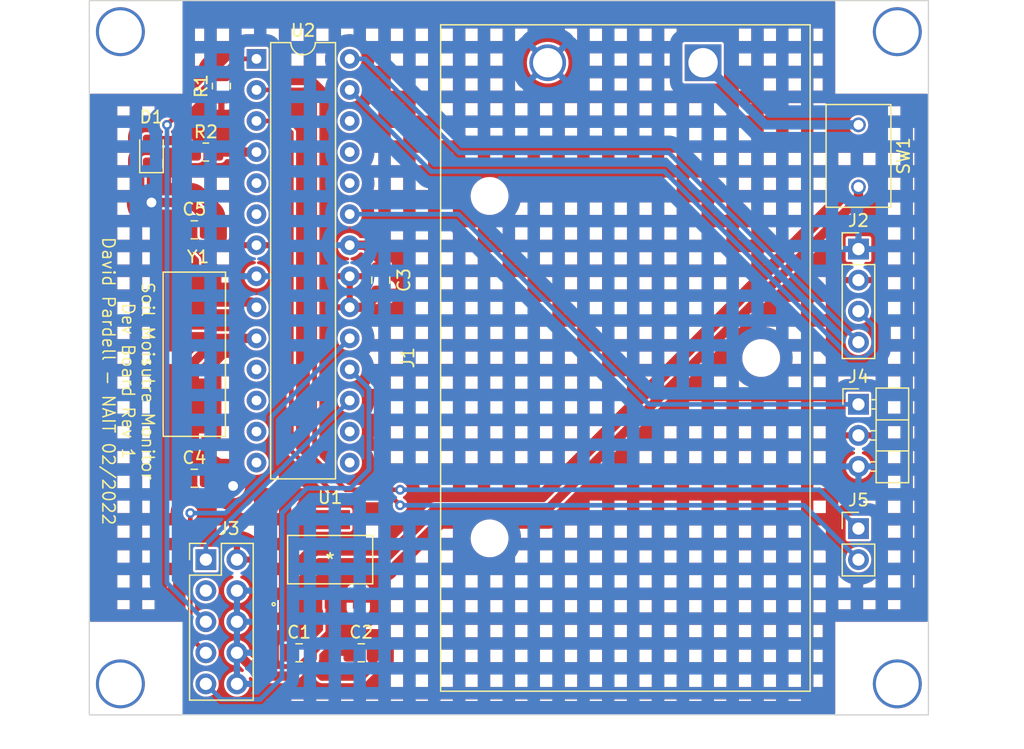
<source format=kicad_pcb>
(kicad_pcb (version 20211014) (generator pcbnew)
  (title_block (title "Soil Moisture Sensor Project PCB CMPE2750") (rev "0") (company "NAIT") (comment 1 "David Pardell"))
  (layers (0 "F.Cu" signal) (31 "B.Cu" signal) (34 "B.Paste" user) (35 "F.Paste" user) (36 "B.SilkS" user "B.Silkscreen") (37 "F.SilkS" user "F.Silkscreen") (38 "B.Mask" user) (39 "F.Mask" user) (44 "Edge.Cuts" user))
  (net 0 "")
  (net 1 "/9V")
  (net 2 "GND")
  (net 3 "VCC")
  (net 4 "Net-(C4-Pad1)")
  (net 5 "Net-(C5-Pad1)")
  (net 6 "Net-(J2-Pad3)")
  (net 7 "Net-(J2-Pad4)")
  (net 8 "Net-(J3-Pad1)")
  (net 10 "Net-(J3-Pad5)")
  (net 11 "Net-(J3-Pad7)")
  (net 12 "Net-(J3-Pad9)")
  (net 13 "Net-(J4-Pad1)")
  (net 25 "Net-(C1-Pad1)")
  (net 26 "Net-(D1-Pad2)")
  (net 27 "Net-(J5-Pad1)")
  (net 28 "Net-(J5-Pad2)")
  (net 29 "Net-(R2-Pad2)")
  (footprint "Crystal:Crystal_SMD_HC49-SD" (layer "F.Cu") (at 93.037508 100.024997 -90)
    (fp_text reference "Y1" (at -7.95 -0.3075 180) (layer "F.SilkS"))
    (fp_text value "Crystal")
    (fp_line (start -6.7 -2.55) (end -6.7 2.55) (layer "F.SilkS") (width 0.12))
    (fp_line (start 6.731 -2.54) (end -6.7 -2.55) (layer "F.SilkS") (width 0.12))
    (fp_line (start 6.731 -2.54) (end 6.731 2.54) (layer "F.SilkS") (width 0.12))
    (fp_line (start 6.731 2.54) (end 5.9 2.55) (layer "F.SilkS") (width 0.12))
    (fp_line (start -6.7 2.55) (end 5.9 2.55) (layer "F.SilkS") (width 0.12))
    (pad "1" smd rect (at -4.25 0 270) (size 4.5 2) (layers "F.Cu" "F.Paste" "F.Mask") (net 5 "Net-(C5-Pad1)"))
    (pad "2" smd rect (at 4.25 0 270) (size 4.5 2) (layers "F.Cu" "F.Paste" "F.Mask") (net 4 "Net-(C4-Pad1)"))
  )
  (footprint "Dave's Custom:MountingHole_3.5mm_Pad" (layer "F.Cu") (at 86.995 73.66)
    (fp_text reference "REF**" hide)
    (fp_text value "MountingHole_3.5mm_Pad")
    (pad "1" thru_hole circle (at 0 0) (size 4 4) (drill 3.5) (layers *.Cu *.Mask))
  )
  (footprint "Package_DIP:DIP-28_W7.62mm" (layer "F.Cu") (at 98.1175 75.885)
    (fp_text reference "U2" (at 3.81 -2.33) (layer "F.SilkS"))
    (fp_text value "ATmega328-P")
    (fp_line (start 6.46 -1.33) (end 4.81 -1.33) (layer "F.SilkS") (width 0.12))
    (fp_line (start 1.16 -1.33) (end 1.16 34.35) (layer "F.SilkS") (width 0.12))
    (fp_line (start 6.46 34.35) (end 6.46 -1.33) (layer "F.SilkS") (width 0.12))
    (fp_line (start 2.81 -1.33) (end 1.16 -1.33) (layer "F.SilkS") (width 0.12))
    (fp_line (start 1.16 34.35) (end 6.46 34.35) (layer "F.SilkS") (width 0.12))
    (fp_arc (start 4.81 -1.33) (mid 3.81 -0.33) (end 2.81 -1.33) (layer "F.SilkS") (width 0.12))
    (pad "1" thru_hole rect locked (at 0 0) (size 1.6 1.6) (drill 0.8) (layers *.Cu *.Mask) (net 10 "Net-(J3-Pad5)"))
    (pad "2" thru_hole oval locked (at 0 2.54) (size 1.6 1.6) (drill 0.8) (layers *.Cu *.Mask) (net 27 "Net-(J5-Pad1)"))
    (pad "3" thru_hole oval locked (at 0 5.08) (size 1.6 1.6) (drill 0.8) (layers *.Cu *.Mask) (net 28 "Net-(J5-Pad2)"))
    (pad "4" thru_hole oval locked (at 0 7.62) (size 1.6 1.6) (drill 0.8) (layers *.Cu *.Mask) (net 29 "Net-(R2-Pad2)"))
    (pad "5" thru_hole oval locked (at 0 10.16) (size 1.6 1.6) (drill 0.8) (layers *.Cu *.Mask))
    (pad "6" thru_hole oval locked (at 0 12.7) (size 1.6 1.6) (drill 0.8) (layers *.Cu *.Mask))
    (pad "7" thru_hole oval locked (at 0 15.24) (size 1.6 1.6) (drill 0.8) (layers *.Cu *.Mask) (net 3 "VCC"))
    (pad "8" thru_hole oval locked (at 0 17.78) (size 1.6 1.6) (drill 0.8) (layers *.Cu *.Mask) (net 2 "GND"))
    (pad "9" thru_hole oval locked (at 0 20.32) (size 1.6 1.6) (drill 0.8) (layers *.Cu *.Mask) (net 5 "Net-(C5-Pad1)"))
    (pad "10" thru_hole oval locked (at 0 22.86) (size 1.6 1.6) (drill 0.8) (layers *.Cu *.Mask) (net 4 "Net-(C4-Pad1)"))
    (pad "11" thru_hole oval locked (at 0 25.4) (size 1.6 1.6) (drill 0.8) (layers *.Cu *.Mask))
    (pad "12" thru_hole oval locked (at 0 27.94) (size 1.6 1.6) (drill 0.8) (layers *.Cu *.Mask))
    (pad "13" thru_hole oval locked (at 0 30.48) (size 1.6 1.6) (drill 0.8) (layers *.Cu *.Mask))
    (pad "14" thru_hole oval locked (at 0 33.02) (size 1.6 1.6) (drill 0.8) (layers *.Cu *.Mask))
    (pad "15" thru_hole oval locked (at 7.62 33.02) (size 1.6 1.6) (drill 0.8) (layers *.Cu *.Mask))
    (pad "16" thru_hole oval locked (at 7.62 30.48) (size 1.6 1.6) (drill 0.8) (layers *.Cu *.Mask))
    (pad "17" thru_hole oval locked (at 7.62 27.94) (size 1.6 1.6) (drill 0.8) (layers *.Cu *.Mask) (net 8 "Net-(J3-Pad1)"))
    (pad "18" thru_hole oval locked (at 7.62 25.4) (size 1.6 1.6) (drill 0.8) (layers *.Cu *.Mask) (net 12 "Net-(J3-Pad9)"))
    (pad "19" thru_hole oval locked (at 7.62 22.86) (size 1.6 1.6) (drill 0.8) (layers *.Cu *.Mask) (net 11 "Net-(J3-Pad7)"))
    (pad "20" thru_hole oval locked (at 7.62 20.32) (size 1.6 1.6) (drill 0.8) (layers *.Cu *.Mask) (net 3 "VCC"))
    (pad "21" thru_hole oval locked (at 7.62 17.78) (size 1.6 1.6) (drill 0.8) (layers *.Cu *.Mask) (net 3 "VCC"))
    (pad "22" thru_hole oval locked (at 7.62 15.24) (size 1.6 1.6) (drill 0.8) (layers *.Cu *.Mask) (net 2 "GND"))
    (pad "23" thru_hole oval locked (at 7.62 12.7) (size 1.6 1.6) (drill 0.8) (layers *.Cu *.Mask) (net 13 "Net-(J4-Pad1)"))
    (pad "24" thru_hole oval locked (at 7.62 10.16) (size 1.6 1.6) (drill 0.8) (layers *.Cu *.Mask))
    (pad "25" thru_hole oval locked (at 7.62 7.62) (size 1.6 1.6) (drill 0.8) (layers *.Cu *.Mask))
    (pad "26" thru_hole oval locked (at 7.62 5.08) (size 1.6 1.6) (drill 0.8) (layers *.Cu *.Mask))
    (pad "27" thru_hole oval locked (at 7.62 2.54) (size 1.6 1.6) (drill 0.8) (layers *.Cu *.Mask) (net 6 "Net-(J2-Pad3)"))
    (pad "28" thru_hole oval locked (at 7.62 0) (size 1.6 1.6) (drill 0.8) (layers *.Cu *.Mask) (net 7 "Net-(J2-Pad4)"))
  )
  (footprint "Capacitor_SMD:C_0805_2012Metric" (layer "F.Cu") (at 101.6 124.46)
    (fp_text reference "C1" (at 0 -1.68) (layer "F.SilkS"))
    (fp_text value "1uF")
    (fp_line (start -0.261252 0.735) (end 0.261252 0.735) (layer "F.SilkS") (width 0.12))
    (fp_line (start -0.261252 -0.735) (end 0.261252 -0.735) (layer "F.SilkS") (width 0.12))
    (pad "1" smd roundrect locked (at -0.95 0) (size 1 1.45) (layers "F.Cu" "F.Paste" "F.Mask") (net 25 "Net-(C1-Pad1)"))
    (pad "2" smd roundrect locked (at 0.95 0) (size 1 1.45) (layers "F.Cu" "F.Paste" "F.Mask") (net 2 "GND"))
  )
  (footprint "Battery:BatteryHolder_Eagle_12BH611-GR" (layer "F.Cu") (at 134.62 76.2 90)
    (fp_text reference "J1" (at -24.13 -24.13 90) (layer "F.SilkS"))
    (fp_text value "BH9VPC")
    (fp_line (start -51.4 -21.45) (end 3.1 -21.45) (layer "F.SilkS") (width 0.12))
    (fp_line (start 3.1 8.75) (end -51.4 8.75) (layer "F.SilkS") (width 0.12))
    (fp_line (start -51.4 8.75) (end -51.4 -21.45) (layer "F.SilkS") (width 0.12))
    (fp_line (start 3.1 -21.45) (end 3.1 8.75) (layer "F.SilkS") (width 0.12))
    (pad "" np_thru_hole circle locked (at -38.9 -17.45 90) (size 2.6 2.6) (drill 2.6) (layers *.Cu *.Mask))
    (pad "" np_thru_hole circle locked (at -24.15 4.75 90) (size 2.6 2.6) (drill 2.6) (layers *.Cu *.Mask))
    (pad "" np_thru_hole circle locked (at -10.9 -17.45 90) (size 2.6 2.6) (drill 2.6) (layers *.Cu *.Mask))
    (pad "1" thru_hole rect locked (at 0 0 90) (size 3 3) (drill 2.4) (layers *.Cu *.Mask) (net 1 "/9V"))
    (pad "2" thru_hole circle locked (at 0 -12.7 90) (size 3 3) (drill 2.4) (layers *.Cu *.Mask) (net 2 "GND"))
  )
  (footprint "Connector_PinHeader_2.54mm:PinHeader_1x04_P2.54mm_Vertical" (layer "F.Cu") (at 147.32 91.44)
    (fp_text reference "J2" (at 0 -2.33) (layer "F.SilkS"))
    (fp_text value "LCD_I2C_Header")
    (fp_line (start -1.33 1.27) (end -1.33 8.95) (layer "F.SilkS") (width 0.12))
    (fp_line (start -1.33 0) (end -1.33 -1.33) (layer "F.SilkS") (width 0.12))
    (fp_line (start 1.33 1.27) (end 1.33 8.95) (layer "F.SilkS") (width 0.12))
    (fp_line (start -1.33 -1.33) (end 0 -1.33) (layer "F.SilkS") (width 0.12))
    (fp_line (start -1.33 1.27) (end 1.33 1.27) (layer "F.SilkS") (width 0.12))
    (fp_line (start -1.33 8.95) (end 1.33 8.95) (layer "F.SilkS") (width 0.12))
    (pad "1" thru_hole rect locked (at 0 0) (size 1.7 1.7) (drill 1) (layers *.Cu *.Mask) (net 2 "GND"))
    (pad "2" thru_hole oval locked (at 0 2.54) (size 1.7 1.7) (drill 1) (layers *.Cu *.Mask) (net 3 "VCC"))
    (pad "3" thru_hole oval locked (at 0 5.08) (size 1.7 1.7) (drill 1) (layers *.Cu *.Mask) (net 6 "Net-(J2-Pad3)"))
    (pad "4" thru_hole oval locked (at 0 7.62) (size 1.7 1.7) (drill 1) (layers *.Cu *.Mask) (net 7 "Net-(J2-Pad4)"))
  )
  (footprint "MCP1755S:MCP1755S-5002E&slash_DB" (layer "F.Cu") (at 104.14 116.84)
    (fp_text reference "U1" (at 0 -5.08) (layer "F.SilkS"))
    (fp_text value "MCP1755S-5002E/DB" hide)
    (fp_text user "*" (at 0 0) (layer "F.SilkS"))
    (fp_poly (pts (xy 1.5748 -4.0056) (xy -1.5748 -4.0056) (xy -1.5748 -2.5324) (xy 1.5748 -2.5324)) (layer "F.Cu") (width 0.1) (fill solid))
    (fp_line (start 3.477001 -1.977) (end -3.477001 -1.977) (layer "F.SilkS") (width 0.12))
    (fp_line (start 3.477001 1.977) (end 3.477001 -1.977) (layer "F.SilkS") (width 0.12))
    (fp_line (start -3.477001 1.977) (end 3.477001 1.977) (layer "F.SilkS") (width 0.12))
    (fp_line (start -3.477001 -1.977) (end -3.477001 1.977) (layer "F.SilkS") (width 0.12))
    (fp_circle (center -4.62 3.65) (end -4.493 3.65) (layer "F.SilkS") (width 0.12) (fill none))
    (pad "1" smd rect (at -2.3 3.269) (size 0.889 1.4732) (layers "F.Cu" "F.Paste" "F.Mask") (net 25 "Net-(C1-Pad1)"))
    (pad "2" smd rect (at 0 3.269) (size 0.889 1.4732) (layers "F.Cu" "F.Paste" "F.Mask") (net 2 "GND"))
    (pad "3" smd rect (at 2.3 3.269) (size 0.889 1.4732) (layers "F.Cu" "F.Paste" "F.Mask") (net 3 "VCC"))
  )
  (footprint "Dave's Custom:MountingHole_3.5mm_Pad" (layer "F.Cu") (at 150.495 127)
    (fp_text reference "REF**" hide)
    (fp_text value "MountingHole_3.5mm_Pad")
    (pad "1" thru_hole circle (at 0 0) (size 4 4) (drill 3.5) (layers *.Cu *.Mask))
  )
  (footprint "Dave's Custom:MountingHole_3.5mm_Pad" (layer "F.Cu") (at 150.495 73.66)
    (fp_text reference "REF**" hide)
    (fp_text value "MountingHole_3.5mm_Pad")
    (pad "1" thru_hole circle (at 0 0) (size 4 4) (drill 3.5) (layers *.Cu *.Mask))
  )
  (footprint "Connector_PinHeader_2.54mm:PinHeader_2x05_P2.54mm_Vertical" (layer "F.Cu") (at 93.98 116.84)
    (fp_text reference "J3" (at 1.905 -2.54 180) (layer "F.SilkS"))
    (fp_text value "AVR-ISP")
    (fp_line (start -1.33 1.27) (end -1.33 11.49) (layer "F.SilkS") (width 0.12))
    (fp_line (start -1.33 -1.33) (end 0 -1.33) (layer "F.SilkS") (width 0.12))
    (fp_line (start 1.27 -1.33) (end 3.87 -1.33) (layer "F.SilkS") (width 0.12))
    (fp_line (start -1.33 0) (end -1.33 -1.33) (layer "F.SilkS") (width 0.12))
    (fp_line (start 3.87 -1.33) (end 3.87 11.49) (layer "F.SilkS") (width 0.12))
    (fp_line (start 1.27 1.27) (end 1.27 -1.33) (layer "F.SilkS") (width 0.12))
    (fp_line (start -1.33 1.27) (end 1.27 1.27) (layer "F.SilkS") (width 0.12))
    (fp_line (start -1.33 11.49) (end 3.87 11.49) (layer "F.SilkS") (width 0.12))
    (pad "1" thru_hole rect locked (at 0 0) (size 1.7 1.7) (drill 1) (layers *.Cu *.Mask) (net 8 "Net-(J3-Pad1)"))
    (pad "2" thru_hole oval locked (at 2.54 0) (size 1.7 1.7) (drill 1) (layers *.Cu *.Mask) (net 3 "VCC"))
    (pad "3" thru_hole oval locked (at 0 2.54) (size 1.7 1.7) (drill 1) (layers *.Cu *.Mask))
    (pad "4" thru_hole oval locked (at 2.54 2.54) (size 1.7 1.7) (drill 1) (layers *.Cu *.Mask) (net 2 "GND"))
    (pad "5" thru_hole oval locked (at 0 5.08) (size 1.7 1.7) (drill 1) (layers *.Cu *.Mask) (net 10 "Net-(J3-Pad5)"))
    (pad "6" thru_hole oval locked (at 2.54 5.08) (size 1.7 1.7) (drill 1) (layers *.Cu *.Mask) (net 2 "GND"))
    (pad "7" thru_hole oval locked (at 0 7.62) (size 1.7 1.7) (drill 1) (layers *.Cu *.Mask) (net 11 "Net-(J3-Pad7)"))
    (pad "8" thru_hole oval locked (at 2.54 7.62) (size 1.7 1.7) (drill 1) (layers *.Cu *.Mask) (net 2 "GND"))
    (pad "9" thru_hole oval locked (at 0 10.16) (size 1.7 1.7) (drill 1) (layers *.Cu *.Mask) (net 12 "Net-(J3-Pad9)"))
    (pad "10" thru_hole oval locked (at 2.54 10.16) (size 1.7 1.7) (drill 1) (layers *.Cu *.Mask) (net 2 "GND"))
  )
  (footprint "Capacitor_SMD:C_0805_2012Metric" (layer "F.Cu") (at 106.68 124.46)
    (fp_text reference "C2" (at 0 -1.68) (layer "F.SilkS"))
    (fp_text value "1uF")
    (fp_line (start -0.261252 -0.735) (end 0.261252 -0.735) (layer "F.SilkS") (width 0.12))
    (fp_line (start -0.261252 0.735) (end 0.261252 0.735) (layer "F.SilkS") (width 0.12))
    (pad "1" smd roundrect locked (at -0.95 0) (size 1 1.45) (layers "F.Cu" "F.Paste" "F.Mask") (net 3 "VCC"))
    (pad "2" smd roundrect locked (at 0.95 0) (size 1 1.45) (layers "F.Cu" "F.Paste" "F.Mask") (net 2 "GND"))
  )
  (footprint "Resistor_SMD:R_0805_2012Metric" (layer "F.Cu") (at 95.25 78.1075 90)
    (fp_text reference "R1" (at 0 -1.65 90) (layer "F.SilkS"))
    (fp_text value "10k")
    (fp_line (start -0.227064 -0.735) (end 0.227064 -0.735) (layer "F.SilkS") (width 0.12))
    (fp_line (start -0.227064 0.735) (end 0.227064 0.735) (layer "F.SilkS") (width 0.12))
    (pad "1" smd roundrect locked (at -0.9125 0 90) (size 1.025 1.4) (layers "F.Cu" "F.Paste" "F.Mask") (roundrect_rratio 0.243902439) (net 3 "VCC"))
    (pad "2" smd roundrect locked (at 0.9125 0 90) (size 1.025 1.4) (layers "F.Cu" "F.Paste" "F.Mask") (roundrect_rratio 0.243902439) (net 10 "Net-(J3-Pad5)"))
  )
  (footprint "Dave's Custom:MountingHole_3.5mm_Pad" (layer "F.Cu") (at 86.995 127)
    (fp_text reference "REF**" hide)
    (fp_text value "MountingHole_3.5mm_Pad")
    (pad "1" thru_hole circle (at 0 0) (size 4 4) (drill 3.5) (layers *.Cu *.Mask))
  )
  (footprint "LED_SMD:LED_0805_2012Metric" (layer "F.Cu") (at 89.535 83.505 90)
    (fp_text reference "D1" (at 2.86 0 180) (layer "F.SilkS"))
    (fp_text value "LED")
    (fp_line (start -1.685 0.96) (end 1 0.96) (layer "F.SilkS") (width 0.12))
    (fp_line (start 1 -0.96) (end -1.685 -0.96) (layer "F.SilkS") (width 0.12))
    (fp_line (start -1.685 -0.96) (end -1.685 0.96) (layer "F.SilkS") (width 0.12))
    (pad "1" smd roundrect locked (at -0.9375 0 90) (size 0.975 1.4) (layers "F.Cu" "F.Paste" "F.Mask") (net 2 "GND"))
    (pad "2" smd roundrect locked (at 0.9375 0 90) (size 0.975 1.4) (layers "F.Cu" "F.Paste" "F.Mask") (net 26 "Net-(D1-Pad2)"))
  )
  (footprint "Capacitor_SMD:C_0805_2012Metric" (layer "F.Cu") (at 93.0375 110.185)
    (fp_text reference "C4" (at 0 -1.68) (layer "F.SilkS"))
    (fp_text value "18pF")
    (fp_line (start -0.261252 0.735) (end 0.261252 0.735) (layer "F.SilkS") (width 0.12))
    (fp_line (start -0.261252 -0.735) (end 0.261252 -0.735) (layer "F.SilkS") (width 0.12))
    (pad "1" smd roundrect locked (at -0.95 0) (size 1 1.45) (layers "F.Cu" "F.Paste" "F.Mask") (net 4 "Net-(C4-Pad1)"))
    (pad "2" smd roundrect locked (at 0.95 0) (size 1 1.45) (layers "F.Cu" "F.Paste" "F.Mask") (net 2 "GND"))
  )
  (footprint "Capacitor_SMD:C_0805_2012Metric" (layer "F.Cu") (at 108.2775 93.98 90)
    (fp_text reference "C3" (at 0 1.895 90) (layer "F.SilkS"))
    (fp_text value "0.1uF")
    (fp_line (start -0.261252 0.735) (end 0.261252 0.735) (layer "F.SilkS") (width 0.12))
    (fp_line (start -0.261252 -0.735) (end 0.261252 -0.735) (layer "F.SilkS") (width 0.12))
    (pad "1" smd roundrect locked (at -0.95 0 90) (size 1 1.45) (layers "F.Cu" "F.Paste" "F.Mask") (net 3 "VCC"))
    (pad "2" smd roundrect locked (at 0.95 0 90) (size 1 1.45) (layers "F.Cu" "F.Paste" "F.Mask") (net 2 "GND"))
  )
  (footprint "Resistor_SMD:R_0805_2012Metric" (layer "F.Cu") (at 93.98 83.505)
    (fp_text reference "R2" (at 0 -1.65) (layer "F.SilkS"))
    (fp_text value "330")
    (fp_line (start -0.227064 0.735) (end 0.227064 0.735) (layer "F.SilkS") (width 0.12))
    (fp_line (start -0.227064 -0.735) (end 0.227064 -0.735) (layer "F.SilkS") (width 0.12))
    (pad "1" smd roundrect locked (at -0.9125 0) (size 1.025 1.4) (layers "F.Cu" "F.Paste" "F.Mask") (roundrect_rratio 0.243902439) (net 26 "Net-(D1-Pad2)"))
    (pad "2" smd roundrect locked (at 0.9125 0) (size 1.025 1.4) (layers "F.Cu" "F.Paste" "F.Mask") (roundrect_rratio 0.243902439) (net 29 "Net-(R2-Pad2)"))
  )
  (footprint "Connector_PinHeader_2.54mm:PinHeader_1x03_P2.54mm_Horizontal" (layer "F.Cu") (at 147.32 104.14)
    (fp_text reference "J4" (at 0 -2.27) (layer "F.SilkS"))
    (fp_text value "Moisture_Sensor_Header")
    (fp_line (start 1.042929 2.92) (end 1.44 2.92) (layer "F.SilkS") (width 0.12))
    (fp_line (start 1.44 3.81) (end 4.1 3.81) (layer "F.SilkS") (width 0.12))
    (fp_line (start 1.11 0.38) (end 1.44 0.38) (layer "F.SilkS") (width 0.12))
    (fp_line (start 1.042929 5.46) (end 1.44 5.46) (layer "F.SilkS") (width 0.12))
    (fp_line (start 4.1 6.41) (end 4.1 -1.33) (layer "F.SilkS") (width 0.12))
    (fp_line (start 1.44 6.41) (end 4.1 6.41) (layer "F.SilkS") (width 0.12))
    (fp_line (start 1.44 1.27) (end 4.1 1.27) (layer "F.SilkS") (width 0.12))
    (fp_line (start 1.44 -1.33) (end 1.44 6.41) (layer "F.SilkS") (width 0.12))
    (fp_line (start -1.27 0) (end -1.27 -1.27) (layer "F.SilkS") (width 0.12))
    (fp_line (start 1.042929 4.7) (end 1.44 4.7) (layer "F.SilkS") (width 0.12))
    (fp_line (start -1.27 -1.27) (end 0 -1.27) (layer "F.SilkS") (width 0.12))
    (fp_line (start 1.11 -0.38) (end 1.44 -0.38) (layer "F.SilkS") (width 0.12))
    (fp_line (start 1.042929 2.16) (end 1.44 2.16) (layer "F.SilkS") (width 0.12))
    (fp_line (start 4.1 -1.33) (end 1.44 -1.33) (layer "F.SilkS") (width 0.12))
    (pad "1" thru_hole rect (at 0 0) (size 1.7 1.7) (drill 1) (layers *.Cu *.Mask) (net 13 "Net-(J4-Pad1)"))
    (pad "2" thru_hole oval (at 0 2.54) (size 1.7 1.7) (drill 1) (layers *.Cu *.Mask) (net 3 "VCC"))
    (pad "3" thru_hole oval (at 0 5.08) (size 1.7 1.7) (drill 1) (layers *.Cu *.Mask) (net 2 "GND"))
  )
  (footprint "Capacitor_SMD:C_0805_2012Metric" (layer "F.Cu") (at 93.0375 89.865)
    (fp_text reference "C5" (at 0 -1.68) (layer "F.SilkS"))
    (fp_text value "18pF")
    (fp_line (start -0.261252 -0.735) (end 0.261252 -0.735) (layer "F.SilkS") (width 0.12))
    (fp_line (start -0.261252 0.735) (end 0.261252 0.735) (layer "F.SilkS") (width 0.12))
    (pad "1" smd roundrect locked (at -0.95 0) (size 1 1.45) (layers "F.Cu" "F.Paste" "F.Mask") (net 5 "Net-(C5-Pad1)"))
    (pad "2" smd roundrect locked (at 0.95 0) (size 1 1.45) (layers "F.Cu" "F.Paste" "F.Mask") (net 2 "GND"))
  )
  (footprint "SPST:SPST" (layer "F.Cu") (at 147.32 83.82)
    (fp_text reference "SW1" (at 3.683 0 90) (layer "F.SilkS"))
    (fp_text value "SW_SPST")
    (fp_rect (start -2.65 -4.2) (end 2.65 4.2) (layer "F.SilkS") (width 0.12) (fill none))
    (pad "1" thru_hole circle (at 0 2.54) (size 1.2 1.2) (drill 0.8) (layers *.Cu *.Mask) (net 25 "Net-(C1-Pad1)"))
    (pad "2" thru_hole circle (at 0 -2.54) (size 1.2 1.2) (drill 0.8) (layers *.Cu *.Mask) (net 1 "/9V"))
  )
  (footprint "Connector_PinHeader_2.54mm:PinHeader_1x02_P2.54mm_Vertical" (layer "F.Cu") (at 147.32 114.3)
    (fp_text reference "J5" (at 0 -2.33) (layer "F.SilkS"))
    (fp_text value "TxRx")
    (fp_line (start -1.33 0) (end -1.33 -1.33) (layer "F.SilkS") (width 0.12))
    (fp_line (start -1.33 -1.33) (end 0 -1.33) (layer "F.SilkS") (width 0.12))
    (fp_line (start -1.33 3.87) (end 1.33 3.87) (layer "F.SilkS") (width 0.12))
    (fp_line (start -1.33 1.27) (end 1.33 1.27) (layer "F.SilkS") (width 0.12))
    (fp_line (start 1.33 1.27) (end 1.33 3.87) (layer "F.SilkS") (width 0.12))
    (fp_line (start -1.33 1.27) (end -1.33 3.87) (layer "F.SilkS") (width 0.12))
    (pad "1" thru_hole rect locked (at 0 0) (size 1.7 1.7) (drill 1) (layers *.Cu *.Mask) (net 27 "Net-(J5-Pad1)"))
    (pad "2" thru_hole oval locked (at 0 2.54) (size 1.7 1.7) (drill 1) (layers *.Cu *.Mask) (net 28 "Net-(J5-Pad2)"))
  )
  (gr_rect (start 84.455 71.12) (end 153.035 129.54) (layer "Edge.Cuts") (width 0.1) (fill none))
  (gr_text "Soil Moisutre Monitor\nDev Board Rev 1\nDavid Pardell - NAIT 02/2022" (at 87.63 102.235 270) (layer "F.SilkS") (effects (font (size 1 1) (thickness 0.127))))
  (segment (start 139.7 81.28) (end 134.62 76.2) (width 0.762) (layer "B.Cu") (net 1))
  (segment (start 147.32 81.28) (end 139.7 81.28) (width 0.762) (layer "B.Cu") (net 1))
  (segment (start 102.55 124.46) (end 104.14 122.87) (width 0.762) (layer "F.Cu") (net 2))
  (segment (start 102.55 124.78) (end 100.965 126.365) (width 0.762) (layer "F.Cu") (net 2))
  (segment (start 108.2775 92.4025) (end 107 91.125) (width 0.762) (layer "F.Cu") (net 2))
  (segment (start 107.63 124.46) (end 107.63 125.415) (width 0.762) (layer "F.Cu") (net 2))
  (segment (start 107.63 125.415) (end 106.68 126.365) (width 0.762) (layer "F.Cu") (net 2))
  (segment (start 95.579997 110.184997) (end 96.208748 110.813748) (width 0.762) (layer "F.Cu") (net 2))
  (segment (start 92.71 87.63) (end 93.9875 88.9075) (width 0.762) (layer "F.Cu") (net 2))
  (segment (start 100.965 126.365) (end 98.425 126.365) (width 0.762) (layer "F.Cu") (net 2))
  (segment (start 107 91.125) (end 105.7375 91.125) (width 0.762) (layer "F.Cu") (net 2))
  (segment (start 108.2775 93.03) (end 108.2775 92.4025) (width 0.762) (layer "F.Cu") (net 2))
  (segment (start 98.425 126.365) (end 96.52 124.46) (width 0.762) (layer "F.Cu") (net 2))
  (segment (start 106.68 126.365) (end 103.505 126.365) (width 0.762) (layer "F.Cu") (net 2))
  (segment (start 103.505 126.365) (end 102.55 125.41) (width 0.762) (layer "F.Cu") (net 2))
  (segment (start 93.9875 88.9075) (end 93.9875 89.865) (width 0.762) (layer "F.Cu") (net 2))
  (segment (start 89.535 87.63) (end 92.71 87.63) (width 0.762) (layer "F.Cu") (net 2))
  (segment (start 102.55 124.46) (end 102.55 124.78) (width 0.762) (layer "F.Cu") (net 2))
  (segment (start 102.55 125.41) (end 102.55 124.46) (width 0.762) (layer "F.Cu") (net 2))
  (segment (start 104.14 122.87) (end 104.14 120.109) (width 0.762) (layer "F.Cu") (net 2))
  (segment (start 89.535 84.442503) (end 89.535 87.63) (width 0.762) (layer "F.Cu") (net 2))
  (segment (start 93.987493 110.184997) (end 95.579997 110.184997) (width 0.762) (layer "F.Cu") (net 2))
  (via (at 96.208758 110.813758) (size 1.6) (drill 0.8) (layers "F.Cu" "B.Cu") (net 2))
  (via (at 89.535 87.63) (size 1.6) (drill 0.8) (layers "F.Cu" "B.Cu") (net 2))
  (segment (start 108.2775 94.93) (end 107.0025 96.205) (width 0.762) (layer "F.Cu") (net 3))
  (segment (start 106.44 123.75) (end 106.44 120.109) (width 0.762) (layer "F.Cu") (net 3))
  (segment (start 107.0025 96.205) (end 105.7375 96.205) (width 0.762) (layer "F.Cu") (net 3))
  (segment (start 105.73 124.46) (end 106.44 123.75) (width 0.762) (layer "F.Cu") (net 3))
  (segment (start 93.0375 104.275) (end 93.0375 100.6375) (width 0.762) (layer "F.Cu") (net 4))
  (segment (start 93.0375 100.6375) (end 94.93 98.745) (width 0.762) (layer "F.Cu") (net 4))
  (segment (start 92.0875 110.185) (end 92.0875 107.9625) (width 0.762) (layer "F.Cu") (net 4))
  (segment (start 92.075 107.95) (end 93.0375 106.9875) (width 0.762) (layer "F.Cu") (net 4))
  (segment (start 93.037508 106.987492) (end 93.037508 104.275001) (width 0.762) (layer "F.Cu") (net 4))
  (segment (start 94.93 98.745) (end 98.1175 98.745) (width 0.762) (layer "F.Cu") (net 4))
  (segment (start 92.087497 89.864997) (end 92.087497 91.452497) (width 0.762) (layer "F.Cu") (net 5))
  (segment (start 93.0375 95.775) (end 97.6875 95.775) (width 0.762) (layer "F.Cu") (net 5))
  (segment (start 97.6875 95.775) (end 98.1175 96.205) (width 0.762) (layer "F.Cu") (net 5))
  (segment (start 92.087497 91.452497) (end 93.037508 92.402508) (width 0.762) (layer "F.Cu") (net 5))
  (segment (start 93.037508 92.402508) (end 93.037508 95.774993) (width 0.762) (layer "F.Cu") (net 5))
  (segment (start 146.685 100.33) (end 131.445 85.09) (width 0.381) (layer "B.Cu") (net 6))
  (segment (start 148.560011 97.760011) (end 148.560011 99.57363) (width 0.381) (layer "B.Cu") (net 6))
  (segment (start 148.560011 99.57363) (end 147.803641 100.33) (width 0.381) (layer "B.Cu") (net 6))
  (segment (start 147.803641 100.33) (end 146.685 100.33) (width 0.381) (layer "B.Cu") (net 6))
  (segment (start 131.445 85.09) (end 112.4025 85.09) (width 0.381) (layer "B.Cu") (net 6))
  (segment (start 147.32 96.52) (end 148.560011 97.760011) (width 0.381) (layer "B.Cu") (net 6))
  (segment (start 112.4025 85.09) (end 105.7375 78.425) (width 0.381) (layer "B.Cu") (net 6))
  (segment (start 114.681 83.566) (end 107 75.885) (width 0.381) (layer "B.Cu") (net 7))
  (segment (start 147.32 99.06) (end 131.826 83.566) (width 0.381) (layer "B.Cu") (net 7))
  (segment (start 131.826 83.566) (end 114.681 83.566) (width 0.381) (layer "B.Cu") (net 7))
  (segment (start 107 75.885) (end 105.7375 75.885) (width 0.381) (layer "B.Cu") (net 7))
  (segment (start 93.98 115.5825) (end 105.7375 103.825) (width 0.381) (layer "B.Cu") (net 8))
  (segment (start 93.98 116.84) (end 93.98 115.5825) (width 0.381) (layer "B.Cu") (net 8))
  (segment (start 90.805 81.28) (end 94.89 77.195) (width 0.381) (layer "F.Cu") (net 10))
  (segment (start 94.89 77.195) (end 95.25 77.195) (width 0.381) (layer "F.Cu") (net 10))
  (segment (start 95.25 77.195) (end 96.56 75.885) (width 0.381) (layer "F.Cu") (net 10))
  (segment (start 96.56 75.885) (end 98.1175 75.885) (width 0.381) (layer "F.Cu") (net 10))
  (via (at 90.805 81.28) (size 0.8) (drill 0.4) (layers "F.Cu" "B.Cu") (net 10))
  (segment (start 90.805 81.28) (end 90.805 118.745) (width 0.381) (layer "B.Cu") (net 10))
  (segment (start 90.805 118.745) (end 93.98 121.92) (width 0.381) (layer "B.Cu") (net 10))
  (segment (start 92.71 123.19) (end 93.98 124.46) (width 0.381) (layer "F.Cu") (net 11))
  (segment (start 92.71 113.03) (end 92.71 123.19) (width 0.381) (layer "F.Cu") (net 11))
  (via (at 92.71 113.03) (size 0.8) (drill 0.4) (layers "F.Cu" "B.Cu") (net 11))
  (segment (start 92.71 113.03) (end 95.5828 113.03) (width 0.381) (layer "B.Cu") (net 11))
  (segment (start 95.5828 113.03) (end 96.609031 112.003769) (width 0.381) (layer "B.Cu") (net 11))
  (segment (start 99.307511 109.39792) (end 99.307511 105.174989) (width 0.381) (layer "B.Cu") (net 11))
  (segment (start 99.307511 105.174989) (end 105.7375 98.745) (width 0.381) (layer "B.Cu") (net 11))
  (segment (start 96.609031 112.003769) (end 96.701662 112.003769) (width 0.381) (layer "B.Cu") (net 11))
  (segment (start 96.701662 112.003769) (end 99.307511 109.39792) (width 0.381) (layer "B.Cu") (net 11))
  (segment (start 107.315 109.474) (end 107.315 102.8625) (width 0.381) (layer "B.Cu") (net 12))
  (segment (start 100.203 113.03) (end 102.235 110.998) (width 0.381) (layer "B.Cu") (net 12))
  (segment (start 93.98 127) (end 95.25 128.27) (width 0.381) (layer "B.Cu") (net 12))
  (segment (start 105.791 110.998) (end 107.315 109.474) (width 0.381) (layer "B.Cu") (net 12))
  (segment (start 100.203 126.492) (end 100.203 113.03) (width 0.381) (layer "B.Cu") (net 12))
  (segment (start 98.425 128.27) (end 100.203 126.492) (width 0.381) (layer "B.Cu") (net 12))
  (segment (start 107.315 102.8625) (end 105.7375 101.285) (width 0.381) (layer "B.Cu") (net 12))
  (segment (start 102.235 110.998) (end 105.791 110.998) (width 0.381) (layer "B.Cu") (net 12))
  (segment (start 95.25 128.27) (end 98.425 128.27) (width 0.381) (layer "B.Cu") (net 12))
  (segment (start 147.32 104.14) (end 130.175 104.14) (width 0.381) (layer "B.Cu") (net 13))
  (segment (start 114.62 88.585) (end 105.7375 88.585) (width 0.381) (layer "B.Cu") (net 13))
  (segment (start 130.175 104.14) (end 114.62 88.585) (width 0.381) (layer "B.Cu") (net 13))
  (segment (start 147.32 87.318131) (end 121.92 112.718131) (width 0.762) (layer "F.Cu") (net 25))
  (segment (start 147.32 86.36) (end 147.32 87.318131) (width 0.762) (layer "F.Cu") (net 25))
  (segment (start 101.84 123.27) (end 101.84 120.109) (width 0.762) (layer "F.Cu") (net 25))
  (segment (start 103.251 117.094) (end 101.84 118.505) (width 0.762) (layer "F.Cu") (net 25))
  (segment (start 100.65 124.46) (end 101.84 123.27) (width 0.762) (layer "F.Cu") (net 25))
  (segment (start 101.84 118.505) (end 101.84 120.109) (width 0.762) (layer "F.Cu") (net 25))
  (segment (start 112.706869 112.718131) (end 108.331 117.094) (width 0.762) (layer "F.Cu") (net 25))
  (segment (start 121.92 112.718131) (end 112.706869 112.718131) (width 0.762) (layer "F.Cu") (net 25))
  (segment (start 108.331 117.094) (end 103.251 117.094) (width 0.762) (layer "F.Cu") (net 25))
  (segment (start 89.535 82.5675) (end 92.13 82.5675) (width 0.762) (layer "F.Cu") (net 26))
  (segment (start 92.13 82.5675) (end 93.0675 83.505) (width 0.762) (layer "F.Cu") (net 26))
  (segment (start 101.92 78.425) (end 98.1175 78.425) (width 0.381) (layer "F.Cu") (net 27))
  (segment (start 102.87 108.585) (end 102.87 79.375) (width 0.381) (layer "F.Cu") (net 27))
  (segment (start 102.87 79.375) (end 101.92 78.425) (width 0.381) (layer "F.Cu") (net 27))
  (segment (start 105.41 111.125) (end 102.87 108.585) (width 0.381) (layer "F.Cu") (net 27))
  (segment (start 109.855 111.125) (end 105.41 111.125) (width 0.381) (layer "F.Cu") (net 27))
  (via (at 109.855 111.125) (size 0.8) (drill 0.4) (layers "F.Cu" "B.Cu") (net 27))
  (segment (start 110.49 111.125) (end 109.855 111.125) (width 0.381) (layer "B.Cu") (net 27))
  (segment (start 144.145 111.125) (end 110.49 111.125) (width 0.381) (layer "B.Cu") (net 27))
  (segment (start 147.32 114.3) (end 144.145 111.125) (width 0.381) (layer "B.Cu") (net 27))
  (segment (start 104.775 111.76) (end 100.965 107.95) (width 0.381) (layer "F.Cu") (net 28))
  (segment (start 109.855 112.395) (end 109.22 111.76) (width 0.381) (layer "F.Cu") (net 28))
  (segment (start 100.965 81.915) (end 100.015 80.965) (width 0.381) (layer "F.Cu") (net 28))
  (segment (start 100.965 107.95) (end 100.965 81.915) (width 0.381) (layer "F.Cu") (net 28))
  (segment (start 100.015 80.965) (end 98.1175 80.965) (width 0.381) (layer "F.Cu") (net 28))
  (segment (start 109.22 111.76) (end 104.775 111.76) (width 0.381) (layer "F.Cu") (net 28))
  (via (at 109.855 112.395) (size 0.8) (drill 0.4) (layers "F.Cu" "B.Cu") (net 28))
  (segment (start 109.855 112.395) (end 142.875 112.395) (width 0.381) (layer "B.Cu") (net 28))
  (segment (start 142.875 112.395) (end 147.32 116.84) (width 0.381) (layer "B.Cu") (net 28))
  (segment (start 94.892495 83.504989) (end 98.117508 83.504989) (width 0.762) (layer "F.Cu") (net 29))
  (zone (net 0) (net_name "") (layers F&B.Cu) (connect_pads (clearance 0)) (min_thickness 0.254)
    (keepout (tracks not_allowed) (vias not_allowed) (pads allowed) (copperpour not_allowed) (footprints allowed))
    (fill (mode hatch) (thermal_gap 0.508) (thermal_bridge_width 0.508) (hatch_thickness 1.016) (hatch_gap 1.524) (hatch_orientation 0) (hatch_border_algorithm hatch_thickness) (hatch_min_hole_area 0.3))
    (polygon (pts (xy 153.035 78.74) (xy 145.415 78.74) (xy 145.415 71.12) (xy 153.035 71.12)))
  )
  (zone (net 0) (net_name "") (layers F&B.Cu) (connect_pads (clearance 0)) (min_thickness 0.254)
    (keepout (tracks not_allowed) (vias not_allowed) (pads allowed) (copperpour not_allowed) (footprints allowed))
    (fill (mode hatch) (thermal_gap 0.508) (thermal_bridge_width 0.508) (hatch_thickness 1.016) (hatch_gap 1.524) (hatch_orientation 0) (hatch_border_algorithm hatch_thickness) (hatch_min_hole_area 0.3))
    (polygon (pts (xy 153.035 129.54) (xy 145.415 129.54) (xy 145.415 121.92) (xy 153.035 121.92)))
  )
  (zone (net 3) (net_name "VCC") (layer "F.Cu") (connect_pads (clearance 0)) (min_thickness 0.254) (fill yes (mode hatch) (thermal_gap 0.508) (thermal_bridge_width 0.508) (hatch_thickness 1.016) (hatch_gap 1.016) (hatch_orientation 0) (hatch_border_algorithm hatch_thickness) (hatch_min_hole_area 0.3))
    (polygon (pts (xy 153.035 129.54) (xy 84.455 129.54) (xy 84.455 71.12) (xy 153.035 71.12)))
  )
  (zone (net 0) (net_name "") (layers F&B.Cu) (connect_pads (clearance 0)) (min_thickness 0.254)
    (keepout (tracks not_allowed) (vias not_allowed) (pads allowed) (copperpour not_allowed) (footprints allowed))
    (fill (thermal_gap 0.508) (thermal_bridge_width 0.508))
    (polygon (pts (xy 92.075 78.74) (xy 84.455 78.74) (xy 84.455 71.12) (xy 92.075 71.12)))
  )
  (zone (net 0) (net_name "") (layers F&B.Cu) (connect_pads (clearance 0)) (min_thickness 0.254)
    (keepout (tracks not_allowed) (vias not_allowed) (pads allowed) (copperpour not_allowed) (footprints allowed))
    (fill (thermal_gap 0.508) (thermal_bridge_width 0.508))
    (polygon (pts (xy 92.075 129.54) (xy 84.455 129.54) (xy 84.455 121.92) (xy 92.075 121.92)))
  )
  (zone (net 2) (net_name "GND") (layer "B.Cu") (connect_pads (clearance 0)) (min_thickness 0.254) (fill yes (mode hatch) (thermal_gap 0.508) (thermal_bridge_width 0.508) (hatch_thickness 1.016) (hatch_gap 1.016) (hatch_orientation 0) (hatch_border_algorithm hatch_thickness) (hatch_min_hole_area 0.3))
    (polygon (pts (xy 153.035 129.54) (xy 84.455 129.54) (xy 84.455 71.12) (xy 153.035 71.12)))
  )
)
</source>
